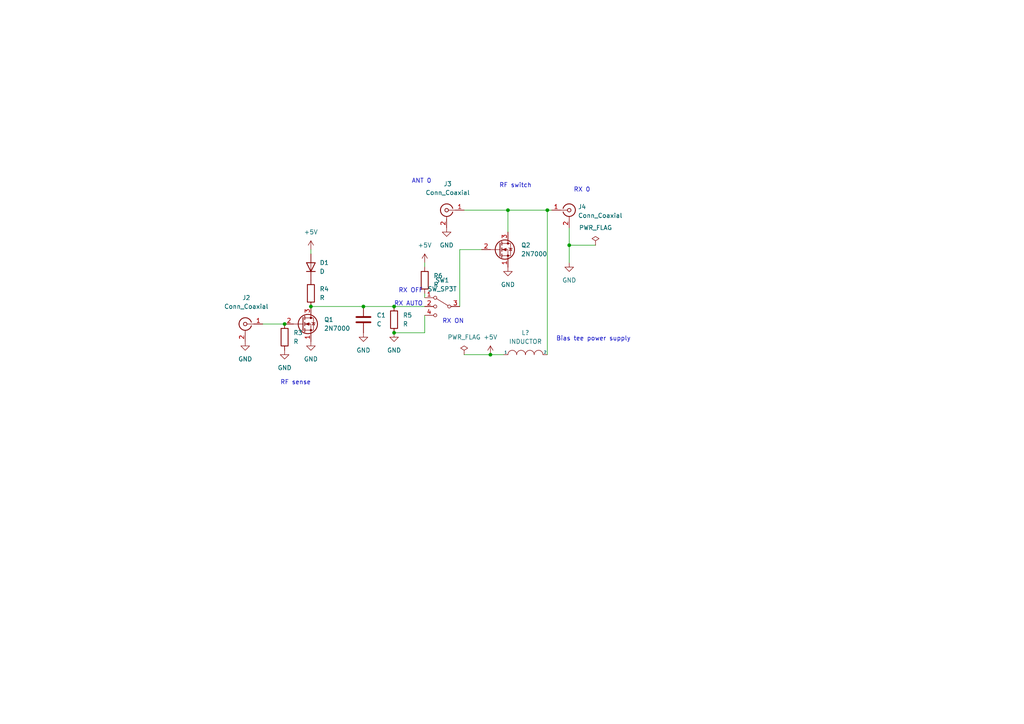
<source format=kicad_sch>
(kicad_sch (version 20211123) (generator eeschema)
  (paper "A4")
  (lib_symbols
    (symbol "Connector:Conn_Coaxial" (pin_names (offset 1.016) hide)
      (property "Reference" "J" (at 0.254 3.048 0))
      (property "Value" "Conn_Coaxial" (at 2.921 0 90))
      (symbol "Conn_Coaxial_0_1"
        (arc (start -1.778 -0.508) (mid 0.2311 -1.8066) (end 1.778 0) (stroke (width 0.254)))
        (polyline (pts (xy -2.54 0) (xy -0.508 0)))
        (polyline (pts (xy 0 -2.54) (xy 0 -1.778)))
        (circle (center 0 0) (radius 0.508) (stroke (width 0.2032)))
        (arc (start 1.778 0) (mid 0.2099 1.8101) (end -1.778 0.508) (stroke (width 0.254)))
      )
      (symbol "Conn_Coaxial_1_1"
        (pin passive line (at -5.08 0 0) (length 2.54) (name "In") (number "1"))
        (pin passive line (at 0 -5.08 90) (length 2.54) (name "Ext") (number "2"))
      )
    )
    (symbol "Device:C" (pin_numbers hide) (pin_names (offset 0.254))
      (property "Reference" "C" (at 0.635 2.54 0))
      (property "Value" "C" (at 0.635 -2.54 0))
      (symbol "C_0_1"
        (polyline (pts (xy -2.032 -0.762) (xy 2.032 -0.762)) (stroke (width 0.508)))
        (polyline (pts (xy -2.032 0.762) (xy 2.032 0.762)) (stroke (width 0.508)))
      )
      (symbol "C_1_1"
        (pin passive line (at 0 3.81 270) (length 2.794) (name "~") (number "1"))
        (pin passive line (at 0 -3.81 90) (length 2.794) (name "~") (number "2"))
      )
    )
    (symbol "Device:D" (pin_numbers hide) (pin_names (offset 1.016) hide)
      (property "Reference" "D" (at 0 2.54 0))
      (property "Value" "D" (at 0 -2.54 0))
      (symbol "D_0_1"
        (polyline (pts (xy -1.27 1.27) (xy -1.27 -1.27)) (stroke (width 0.254)))
        (polyline (pts (xy 1.27 0) (xy -1.27 0)))
        (polyline (pts (xy 1.27 1.27) (xy 1.27 -1.27) (xy -1.27 0) (xy 1.27 1.27)) (stroke (width 0.254)))
      )
      (symbol "D_1_1"
        (pin passive line (at -3.81 0 0) (length 2.54) (name "K") (number "1"))
        (pin passive line (at 3.81 0 180) (length 2.54) (name "A") (number "2"))
      )
    )
    (symbol "Device:R" (pin_numbers hide) (pin_names (offset 0))
      (property "Reference" "R" (at 2.032 0 90))
      (property "Value" "R" (at 0 0 90))
      (symbol "R_0_1"
        (rectangle (start -1.016 -2.54) (end 1.016 2.54) (stroke (width 0.254)))
      )
      (symbol "R_1_1"
        (pin passive line (at 0 3.81 270) (length 1.27) (name "~") (number "1"))
        (pin passive line (at 0 -3.81 90) (length 1.27) (name "~") (number "2"))
      )
    )
    (symbol "Switch:SW_SP3T" (pin_names (offset 0) hide)
      (property "Reference" "SW" (at 0 5.08 0))
      (property "Value" "SW_SP3T" (at 0 -5.08 0))
      (symbol "SW_SP3T_0_1"
        (circle (center -2.032 0) (radius 0.4572))
        (polyline (pts (xy -1.651 0.254) (xy 1.651 2.286)))
        (circle (center 2.032 -2.54) (radius 0.4572))
        (circle (center 2.032 0) (radius 0.4572))
        (circle (center 2.032 2.54) (radius 0.4572))
      )
      (symbol "SW_SP3T_1_1"
        (pin passive line (at 5.08 2.54 180) (length 2.54) (name "1") (number "1"))
        (pin passive line (at 5.08 0 180) (length 2.54) (name "2") (number "2"))
        (pin passive line (at -5.08 0 0) (length 2.54) (name "3") (number "3"))
        (pin passive line (at 5.08 -2.54 180) (length 2.54) (name "4") (number "4"))
      )
    )
    (symbol "Transistor_FET:2N7000" (pin_names hide)
      (property "Reference" "Q" (at 5.08 1.905 0))
      (property "Value" "2N7000" (at 5.08 0 0))
      (symbol "2N7000_0_1"
        (polyline (pts (xy 0.254 0) (xy -2.54 0)))
        (polyline (pts (xy 0.254 1.905) (xy 0.254 -1.905)) (stroke (width 0.254)))
        (polyline (pts (xy 0.762 -1.27) (xy 0.762 -2.286)) (stroke (width 0.254)))
        (polyline (pts (xy 0.762 0.508) (xy 0.762 -0.508)) (stroke (width 0.254)))
        (polyline (pts (xy 0.762 2.286) (xy 0.762 1.27)) (stroke (width 0.254)))
        (polyline (pts (xy 2.54 2.54) (xy 2.54 1.778)))
        (polyline (pts (xy 2.54 -2.54) (xy 2.54 0) (xy 0.762 0)))
        (polyline (pts (xy 0.762 -1.778) (xy 3.302 -1.778) (xy 3.302 1.778) (xy 0.762 1.778)))
        (polyline (pts (xy 1.016 0) (xy 2.032 0.381) (xy 2.032 -0.381) (xy 1.016 0)) (fill (type outline)))
        (polyline (pts (xy 2.794 0.508) (xy 2.921 0.381) (xy 3.683 0.381) (xy 3.81 0.254)))
        (polyline (pts (xy 3.302 0.381) (xy 2.921 -0.254) (xy 3.683 -0.254) (xy 3.302 0.381)))
        (circle (center 1.651 0) (radius 2.794) (stroke (width 0.254)))
        (circle (center 2.54 -1.778) (radius 0.254) (fill (type outline)))
        (circle (center 2.54 1.778) (radius 0.254) (fill (type outline)))
      )
      (symbol "2N7000_1_1"
        (pin passive line (at 2.54 -5.08 90) (length 2.54) (name "S") (number "1"))
        (pin input line (at -5.08 0 0) (length 2.54) (name "G") (number "2"))
        (pin passive line (at 2.54 5.08 270) (length 2.54) (name "D") (number "3"))
      )
    )
    (symbol "power:+5V" (power) (pin_names (offset 0))
      (property "Value" "+5V" (at 0 3.556 0))
      (symbol "+5V_0_1"
        (polyline (pts (xy -0.762 1.27) (xy 0 2.54)))
        (polyline (pts (xy 0 0) (xy 0 2.54)))
        (polyline (pts (xy 0 2.54) (xy 0.762 1.27)))
      )
      (symbol "+5V_1_1"
        (pin power_in line (at 0 0 90) (length 0) hide (name "+5V") (number "1"))
      )
    )
    (symbol "power:GND" (power) (pin_names (offset 0))
      (property "Value" "GND" (at 0 -3.81 0))
      (symbol "GND_0_1"
        (polyline (pts (xy 0 0) (xy 0 -1.27) (xy 1.27 -1.27) (xy 0 -2.54) (xy -1.27 -1.27) (xy 0 -1.27)))
      )
      (symbol "GND_1_1"
        (pin power_in line (at 0 0 270) (length 0) hide (name "GND") (number "1"))
      )
    )
    (symbol "power:PWR_FLAG" (power) (pin_numbers hide) (pin_names (offset 0) hide)
      (property "Value" "PWR_FLAG" (at 0 3.81 0))
      (symbol "PWR_FLAG_0_0"
        (pin power_out line (at 0 0 90) (length 0) (name "pwr") (number "1"))
      )
      (symbol "PWR_FLAG_0_1"
        (polyline (pts (xy 0 0) (xy 0 1.27) (xy -1.016 1.905) (xy 0 2.54) (xy 1.016 1.905) (xy 0 1.27)))
      )
    )
    (symbol "pspice:INDUCTOR" (pin_numbers hide) (pin_names (offset 0))
      (property "Reference" "L" (at 0 2.54 0))
      (property "Value" "INDUCTOR" (at 0 -1.27 0))
      (symbol "INDUCTOR_0_1"
        (arc (start -2.54 0) (mid -3.81 1.27) (end -5.08 0))
        (arc (start 0 0) (mid -1.27 1.27) (end -2.54 0))
        (arc (start 2.54 0) (mid 1.27 1.27) (end 0 0))
        (arc (start 5.08 0) (mid 3.81 1.27) (end 2.54 0))
      )
      (symbol "INDUCTOR_1_1"
        (pin input line (at -6.35 0 0) (length 1.27) (name "1") (number "1"))
        (pin input line (at 6.35 0 180) (length 1.27) (name "2") (number "2"))
      )
    )
  )
  (junction (at 82.55 93.98))
  (junction (at 142.24 102.87))
  (junction (at 114.3 88.9))
  (junction (at 147.32 60.96))
  (junction (at 90.17 88.9))
  (junction (at 158.75 60.96))
  (junction (at 114.3 96.52))
  (junction (at 165.1 71.12))
  (junction (at 105.41 88.9))
  (wire (pts (xy 90.17 72.39) (xy 90.17 73.66)))
  (wire (pts (xy 147.32 60.96) (xy 147.32 67.31)))
  (wire (pts (xy 105.41 88.9) (xy 114.3 88.9)))
  (wire (pts (xy 90.17 88.9) (xy 105.41 88.9)))
  (wire (pts (xy 147.32 60.96) (xy 158.75 60.96)))
  (wire (pts (xy 158.75 60.96) (xy 160.02 60.96)))
  (wire (pts (xy 133.35 88.9) (xy 133.35 72.39)))
  (wire (pts (xy 114.3 96.52) (xy 123.19 96.52)))
  (wire (pts (xy 133.35 72.39) (xy 139.7 72.39)))
  (wire (pts (xy 142.24 102.87) (xy 146.05 102.87)))
  (wire (pts (xy 165.1 76.2) (xy 165.1 71.12)))
  (wire (pts (xy 76.2 93.98) (xy 82.55 93.98)))
  (wire (pts (xy 165.1 71.12) (xy 172.72 71.12)))
  (wire (pts (xy 114.3 88.9) (xy 123.19 88.9)))
  (wire (pts (xy 165.1 71.12) (xy 165.1 66.04)))
  (wire (pts (xy 123.19 76.2) (xy 123.19 77.47)))
  (wire (pts (xy 123.19 85.09) (xy 123.19 86.36)))
  (wire (pts (xy 158.75 60.96) (xy 158.75 102.87)))
  (wire (pts (xy 134.62 102.87) (xy 142.24 102.87)))
  (wire (pts (xy 134.62 60.96) (xy 147.32 60.96)))
  (wire (pts (xy 123.19 96.52) (xy 123.19 91.44)))
  (text "RX 0" (at 166.37 55.88 0) (effects (font (size 1.27 1.27)) (justify left bottom)))
  (text "RX AUTO\n" (at 114.3 88.9 0) (effects (font (size 1.27 1.27)) (justify left bottom)))
  (text "RF sense" (at 81.28 111.76 0) (effects (font (size 1.27 1.27)) (justify left bottom)))
  (text "RF switch" (at 144.78 54.61 0) (effects (font (size 1.27 1.27)) (justify left bottom)))
  (text "RX OFF\n" (at 115.57 85.09 0) (effects (font (size 1.27 1.27)) (justify left bottom)))
  (text "Bias tee power supply" (at 161.29 99.06 0) (effects (font (size 1.27 1.27)) (justify left bottom)))
  (text "RX ON" (at 128.27 93.98 0) (effects (font (size 1.27 1.27)) (justify left bottom)))
  (text "ANT 0" (at 119.38 53.34 0) (effects (font (size 1.27 1.27)) (justify left bottom)))
  (symbol (lib_id "power:GND") (at 71.12 99.06 0) (unit 1)
    (property "Reference" "#PWR0102" (effects hide))
    (property "Value" "GND" (at 71.12 104.14 0))
  )
  (symbol (lib_id "Connector:Conn_Coaxial") (at 129.54 60.96 0) (mirror y) (unit 1)
    (property "Reference" "J3" (at 129.8574 53.34 0))
    (property "Value" "Conn_Coaxial" (at 129.8574 55.88 0))
    (property "Datasheet" " ~" (effects hide))
  )
  (symbol (lib_id "pspice:INDUCTOR") (at 152.4 102.87 0) (unit 1)
    (property "Reference" "L?" (at 152.4 96.52 0))
    (property "Value" "INDUCTOR" (at 152.4 99.06 0))
  )
  (symbol (lib_id "Connector:Conn_Coaxial") (at 71.12 93.98 0) (mirror y) (unit 1)
    (property "Reference" "J2" (at 71.4374 86.36 0))
    (property "Value" "Conn_Coaxial" (at 71.4374 88.9 0))
    (property "Datasheet" " ~" (effects hide))
  )
  (symbol (lib_id "Connector:Conn_Coaxial") (at 165.1 60.96 0) (unit 1)
    (property "Reference" "J4" (at 167.64 59.9831 0) (effects (justify left)))
    (property "Value" "Conn_Coaxial" (at 167.64 62.5231 0) (effects (justify left)))
    (property "Datasheet" " ~" (effects hide))
  )
  (symbol (lib_id "Device:R") (at 123.19 81.28 0) (unit 1)
    (property "Reference" "R6" (at 125.73 80.0099 0) (effects (justify left)))
    (property "Value" "R" (at 125.73 82.5499 0) (effects (justify left)))
  )
  (symbol (lib_id "Transistor_FET:2N7000") (at 144.78 72.39 0) (unit 1)
    (property "Reference" "Q2" (at 151.13 71.1199 0) (effects (justify left)))
    (property "Value" "2N7000" (at 151.13 73.66 0) (effects (justify left)))
    (property "Footprint" "Package_TO_SOT_THT:TO-92_Inline" (effects hide))
    (property "Datasheet" "https://www.vishay.com/docs/70226/70226.pdf" (effects hide))
  )
  (symbol (lib_id "power:GND") (at 147.32 77.47 0) (unit 1)
    (property "Reference" "#PWR0108" (effects hide))
    (property "Value" "GND" (at 147.32 82.55 0))
  )
  (symbol (lib_id "power:GND") (at 165.1 76.2 0) (unit 1)
    (property "Reference" "#PWR0109" (effects hide))
    (property "Value" "GND" (at 165.1 81.28 0))
  )
  (symbol (lib_id "Switch:SW_SP3T") (at 128.27 88.9 0) (mirror y) (unit 1)
    (property "Reference" "SW1" (at 128.27 81.28 0))
    (property "Value" "SW_SP3T" (at 128.27 83.82 0))
  )
  (symbol (lib_id "power:+5V") (at 90.17 72.39 0) (unit 1)
    (property "Reference" "#PWR0105" (effects hide))
    (property "Value" "+5V" (at 90.17 67.31 0))
  )
  (symbol (lib_id "Device:C") (at 105.41 92.71 0) (unit 1)
    (property "Reference" "C1" (at 109.22 91.4399 0) (effects (justify left)))
    (property "Value" "C" (at 109.22 93.9799 0) (effects (justify left)))
  )
  (symbol (lib_id "Device:D") (at 90.17 77.47 90) (unit 1)
    (property "Reference" "D1" (at 92.71 76.1999 90) (effects (justify right)))
    (property "Value" "D" (at 92.71 78.7399 90) (effects (justify right)))
  )
  (symbol (lib_id "power:+5V") (at 142.24 102.87 0) (unit 1)
    (property "Reference" "#PWR?" (effects hide))
    (property "Value" "+5V" (at 142.24 97.79 0))
  )
  (symbol (lib_id "Transistor_FET:2N7000") (at 87.63 93.98 0) (unit 1)
    (property "Reference" "Q1" (at 93.98 92.7099 0) (effects (justify left)))
    (property "Value" "2N7000" (at 93.98 95.2499 0) (effects (justify left)))
    (property "Footprint" "Package_TO_SOT_THT:TO-92_Inline" (effects hide))
    (property "Datasheet" "https://www.vishay.com/docs/70226/70226.pdf" (effects hide))
  )
  (symbol (lib_id "power:PWR_FLAG") (at 172.72 71.12 0) (unit 1)
    (property "Reference" "#FLG?" (effects hide))
    (property "Value" "PWR_FLAG" (at 172.72 66.04 0))
  )
  (symbol (lib_id "power:GND") (at 82.55 101.6 0) (unit 1)
    (property "Reference" "#PWR0104" (effects hide))
    (property "Value" "GND" (at 82.55 106.68 0))
  )
  (symbol (lib_id "Device:R") (at 90.17 85.09 0) (unit 1)
    (property "Reference" "R4" (at 92.71 83.8199 0) (effects (justify left)))
    (property "Value" "R" (at 92.71 86.3599 0) (effects (justify left)))
  )
  (symbol (lib_id "power:GND") (at 114.3 96.52 0) (unit 1)
    (property "Reference" "#PWR0110" (effects hide))
    (property "Value" "GND" (at 114.3 101.6 0))
  )
  (symbol (lib_id "power:+5V") (at 123.19 76.2 0) (unit 1)
    (property "Reference" "#PWR0113" (effects hide))
    (property "Value" "+5V" (at 123.19 71.12 0))
  )
  (symbol (lib_id "Device:R") (at 114.3 92.71 0) (unit 1)
    (property "Reference" "R5" (at 116.84 91.4399 0) (effects (justify left)))
    (property "Value" "R" (at 116.84 93.9799 0) (effects (justify left)))
  )
  (symbol (lib_id "power:GND") (at 90.17 99.06 0) (unit 1)
    (property "Reference" "#PWR0103" (effects hide))
    (property "Value" "GND" (at 90.17 104.14 0))
  )
  (symbol (lib_id "Device:R") (at 82.55 97.79 0) (unit 1)
    (property "Reference" "R3" (at 85.09 96.5199 0) (effects (justify left)))
    (property "Value" "R" (at 85.09 99.0599 0) (effects (justify left)))
  )
  (symbol (lib_id "power:GND") (at 105.41 96.52 0) (unit 1)
    (property "Reference" "#PWR0111" (effects hide))
    (property "Value" "GND" (at 105.41 101.6 0))
  )
  (symbol (lib_id "power:GND") (at 129.54 66.04 0) (unit 1)
    (property "Reference" "#PWR0112" (effects hide))
    (property "Value" "GND" (at 129.54 71.12 0))
  )
  (symbol (lib_id "power:PWR_FLAG") (at 134.62 102.87 0) (unit 1)
    (property "Reference" "#FLG?" (effects hide))
    (property "Value" "PWR_FLAG" (at 134.62 97.79 0))
  )
)
</source>
